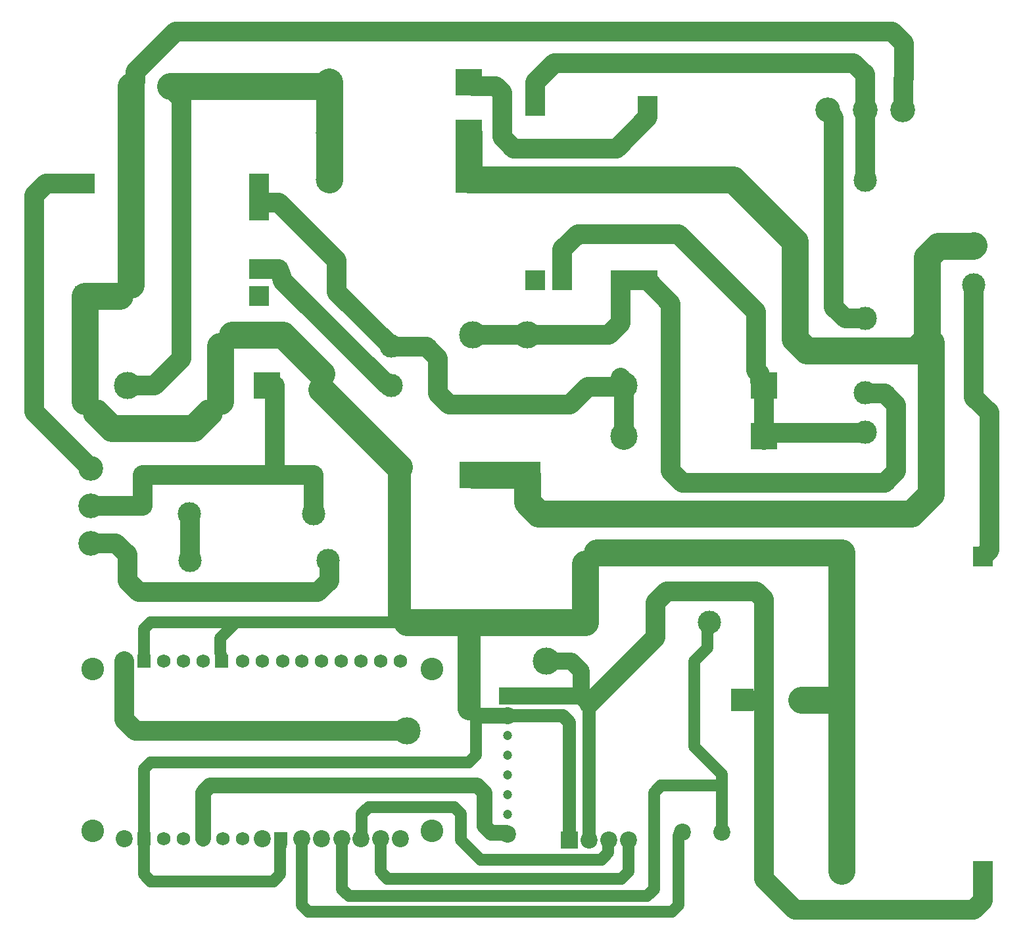
<source format=gbl>
G04*
G04 #@! TF.GenerationSoftware,Altium Limited,Altium Designer,20.1.11 (218)*
G04*
G04 Layer_Physical_Order=2*
G04 Layer_Color=16711680*
%FSLAX43Y43*%
%MOMM*%
G71*
G04*
G04 #@! TF.SameCoordinates,B710E465-F71F-4792-82E4-595645752226*
G04*
G04*
G04 #@! TF.FilePolarity,Positive*
G04*
G01*
G75*
%ADD10C,2.500*%
%ADD11C,1.500*%
%ADD12C,2.000*%
%ADD13C,3.500*%
%ADD14C,3.000*%
%ADD15C,2.200*%
%ADD16C,1.700*%
%ADD17R,3.000X3.000*%
%ADD18C,3.000*%
%ADD19C,2.200*%
%ADD20R,2.200X2.200*%
%ADD21R,2.200X2.200*%
%ADD22C,1.200*%
%ADD23C,2.921*%
%ADD24C,1.753*%
%ADD25R,1.753X1.753*%
%ADD26R,2.500X2.500*%
%ADD27R,3.500X3.500*%
%ADD28C,3.500*%
%ADD29R,2.500X2.500*%
%ADD30C,3.200*%
%ADD31R,3.500X3.500*%
D10*
X274000Y247904D02*
Y260996D01*
Y225000D02*
Y247904D01*
X271190Y248000D02*
X271286Y247904D01*
X274000D01*
X272996Y262000D02*
X274000Y260996D01*
X216536Y261874D02*
X218000Y263338D01*
X193464Y261874D02*
X216536D01*
X192000Y263338D02*
X193464Y261874D01*
X217986Y265769D02*
X218000Y265755D01*
X192000Y263338D02*
Y266710D01*
X190536Y268174D02*
X192000Y266710D01*
X217986Y265769D02*
Y265986D01*
X187254Y268174D02*
X190536D01*
X218000Y263338D02*
Y265755D01*
X240284Y320464D02*
Y326196D01*
X236000Y327500D02*
X236500Y327000D01*
X239480D01*
X240284Y326196D01*
Y320464D02*
X241748Y319000D01*
X255000D01*
X278000Y221000D02*
X301000D01*
X274000Y225000D02*
X278000Y221000D01*
X302200Y222200D02*
Y226000D01*
X301000Y221000D02*
X302200Y222200D01*
X263464Y276000D02*
X289536D01*
X287096Y287444D02*
X289536D01*
X291000Y285980D01*
Y277464D02*
Y285980D01*
X289536Y276000D02*
X291000Y277464D01*
X302200Y266500D02*
X303000Y267300D01*
Y285000D01*
X301000Y287000D02*
X303000Y285000D01*
X301000Y287000D02*
Y301460D01*
X255000Y319000D02*
X259000Y323000D01*
Y324500D01*
X282174Y323811D02*
Y324000D01*
Y323811D02*
X283000Y322985D01*
Y298574D02*
Y322985D01*
Y298574D02*
X284464Y297110D01*
X287000D01*
X274000Y281500D02*
Y288500D01*
X263000Y308000D02*
X273000Y298000D01*
X273500Y289000D02*
X274000Y288500D01*
X273000Y290464D02*
Y298000D01*
X273500Y289000D02*
Y289964D01*
X273000Y290464D02*
X273500Y289964D01*
X225904Y288556D02*
X226000Y288460D01*
X225444Y288556D02*
X225904D01*
X212038Y301962D02*
X212461Y301539D01*
X211853Y302530D02*
X212038Y301962D01*
X212461Y301539D02*
X225444Y288556D01*
X211536Y303500D02*
X211853Y302530D01*
X194000Y273000D02*
Y277000D01*
X187254Y273000D02*
X194000D01*
Y277000D02*
X195000D01*
X211000Y277000D02*
Y288500D01*
X195000Y277000D02*
X211000Y277000D01*
X180000Y285080D02*
X187254Y277826D01*
X193000Y288500D02*
X195500D01*
X199000Y292000D01*
X197540Y326865D02*
X199000Y325405D01*
X197540Y326865D02*
Y327000D01*
X199000Y292000D02*
Y325405D01*
X217000Y288000D02*
Y290000D01*
X204000Y293536D02*
X205464Y295000D01*
X186500Y286464D02*
X187964Y285000D01*
X202536D02*
X204000Y286464D01*
X209000Y312000D02*
Y314000D01*
X219000Y300540D02*
X226096Y293444D01*
X209000Y311000D02*
Y312000D01*
X211536D02*
X219000Y304535D01*
Y300540D02*
Y304535D01*
X256000Y281500D02*
Y287500D01*
X209000Y314000D02*
Y314000D01*
X217000Y327000D02*
X218000Y328000D01*
X218000Y327500D02*
X218000D01*
X274000Y281500D02*
Y282000D01*
X227000Y259000D02*
X228000Y258000D01*
X251460Y247540D02*
X260000Y256080D01*
X193064Y244000D02*
X228000D01*
X191600Y245464D02*
X193064Y244000D01*
X191600Y245464D02*
Y253000D01*
X255809Y288309D02*
X256000Y288500D01*
X251309Y288309D02*
X255809D01*
X249000Y286000D02*
X251309Y288309D01*
X286904Y282364D02*
X287000Y282460D01*
X274364Y282364D02*
X286904D01*
X274000Y282000D02*
X274364Y282364D01*
X259000Y302000D02*
Y302000D01*
Y302000D02*
X262000Y299000D01*
Y277464D02*
X263464Y276000D01*
X262000Y277464D02*
Y299000D01*
X287000Y287540D02*
X287096Y287444D01*
X250000Y308000D02*
X263000D01*
X248000Y302000D02*
Y306000D01*
X250000Y308000D01*
X254000Y295000D02*
X255500Y296500D01*
Y302000D01*
X243500Y295000D02*
X254000D01*
X236500D02*
X243500D01*
X255500Y302000D02*
X259000D01*
X255980Y281520D02*
X255980D01*
X233464Y286000D02*
X249000D01*
X255500Y289271D02*
Y289500D01*
X256000Y288500D02*
Y288771D01*
X251000Y265536D02*
X252464Y267000D01*
X232000Y287464D02*
Y291980D01*
Y287464D02*
X233464Y286000D01*
X226096Y293444D02*
X230536D01*
X232000Y291980D01*
X287000Y314890D02*
Y324000D01*
X247000Y330000D02*
X285536D01*
X287000Y324000D02*
Y328536D01*
X285536Y330000D02*
X287000Y328536D01*
X244500Y327500D02*
X247000Y330000D01*
X244500Y324500D02*
Y327500D01*
X218000Y327500D02*
Y328000D01*
X198190Y334014D02*
X290536D01*
X292000Y332550D01*
X291826Y324000D02*
X291960Y324134D01*
Y327960D01*
X292000Y328000D01*
Y332550D01*
X210000Y312000D02*
X211536D01*
X209000Y303500D02*
X211536D01*
X261464Y262000D02*
X272996D01*
X260000Y260536D02*
X261464Y262000D01*
X260000Y256080D02*
Y260536D01*
X211000Y277000D02*
X216000D01*
X211000Y277000D02*
Y277000D01*
X216000Y272000D02*
Y277000D01*
X200000Y272000D02*
X200055Y271945D01*
Y266055D02*
Y271945D01*
Y266055D02*
X200110Y266000D01*
X180000Y285080D02*
Y313000D01*
X190996Y300000D02*
X192460Y301464D01*
X193040Y327580D02*
Y328864D01*
X198190Y334014D01*
X192460Y327000D02*
X193040Y327580D01*
X181500Y314500D02*
X186500D01*
X180000Y313000D02*
X181500Y314500D01*
X209000Y314000D02*
Y314500D01*
D11*
X259842Y223637D02*
Y236121D01*
X220546Y222758D02*
X258963D01*
X260721Y237000D02*
X268540D01*
X259842Y236121D02*
X260721Y237000D01*
X258963Y222758D02*
X259842Y223637D01*
X235000Y230000D02*
X237543Y227457D01*
X253927Y229927D02*
X254000Y230000D01*
X253927Y228336D02*
Y229927D01*
X253048Y227457D02*
X253927Y228336D01*
X237543Y227457D02*
X253048D01*
X225499Y225000D02*
X255661D01*
X224620Y225879D02*
Y230140D01*
Y225879D02*
X225499Y225000D01*
X255661D02*
X256540Y225879D01*
X219667Y223637D02*
Y230140D01*
Y223637D02*
X220546Y222758D01*
X214460Y221605D02*
Y230140D01*
X263000Y221605D02*
Y230540D01*
X262121Y220726D02*
X263000Y221605D01*
X214460D02*
X215339Y220726D01*
X262121D01*
X194140Y225542D02*
X195019Y224663D01*
X194140Y225542D02*
Y230140D01*
X211709Y225542D02*
Y229146D01*
X210830Y224663D02*
X211709Y225542D01*
X195019Y224663D02*
X210830D01*
X211730Y230077D02*
X211793Y230140D01*
X211730Y229167D02*
Y230077D01*
X211709Y229146D02*
X211730Y229167D01*
X195019Y240000D02*
X236000D01*
X222214Y230274D02*
Y233341D01*
X223093Y234220D01*
X234121D01*
X235000Y233341D01*
X222080Y230140D02*
X222214Y230274D01*
X235000Y230000D02*
Y233341D01*
X236000Y240000D02*
X236879Y240879D01*
X194140Y239121D02*
X195019Y240000D01*
X194140Y230140D02*
Y239121D01*
X236879Y240879D02*
Y246000D01*
X268540Y237000D02*
Y238460D01*
Y231000D02*
Y237000D01*
X256540Y225879D02*
Y230000D01*
X265000Y242000D02*
X268540Y238460D01*
X265000Y242000D02*
Y253000D01*
X266713Y257713D02*
X267000Y258000D01*
X266713Y254713D02*
Y257713D01*
X265000Y253000D02*
X266713Y254713D01*
X206000Y258000D02*
X227000D01*
X194140Y253000D02*
Y257121D01*
X195019Y258000D01*
X206000D01*
X236000Y246879D02*
X236879Y246000D01*
X204047Y253126D02*
X204173Y253000D01*
X204047Y253126D02*
Y253953D01*
X204000Y254000D02*
X204047Y253953D01*
X204000Y254000D02*
Y256000D01*
X206000Y258000D01*
X263000Y230540D02*
X263460Y231000D01*
D12*
X201760Y230140D02*
Y236103D01*
X237121Y236982D02*
X238000Y236103D01*
Y231773D02*
Y236103D01*
X201760D02*
X202639Y236982D01*
X237121D01*
X238879Y230894D02*
X240866D01*
X238000Y231773D02*
X238879Y230894D01*
X240866D02*
X241000Y230760D01*
X236879Y246000D02*
X241000D01*
D13*
X284000Y248000D02*
Y266500D01*
Y226000D02*
Y248000D01*
X278810D02*
X284000D01*
X244964Y272000D02*
X292950D01*
X295500Y274550D01*
Y293964D01*
X295000Y294464D02*
X295500Y293964D01*
X295000Y294464D02*
Y304980D01*
X293536Y293000D02*
X295000Y294464D01*
X279464Y293000D02*
X293536D01*
X279464Y293000D02*
X279464Y293000D01*
X296464Y306444D02*
X300904D01*
X295000Y304980D02*
X296464Y306444D01*
X300904D02*
X301000Y306540D01*
X187964Y285000D02*
X189964Y283000D01*
X200536D02*
X202536Y285000D01*
X189964Y283000D02*
X200536D01*
X205464Y295000D02*
X212000D01*
X217000Y290000D01*
X204000Y286464D02*
Y293536D01*
X199000Y327000D02*
X217000D01*
X186500Y286464D02*
Y300000D01*
X252464Y267000D02*
X284000D01*
X228000Y258000D02*
X236000D01*
X217000Y288000D02*
X227000Y278000D01*
X278000Y294464D02*
Y307000D01*
Y294464D02*
X279464Y293000D01*
X270000Y315000D02*
X278000Y307000D01*
X236000Y315000D02*
X270000D01*
X243500Y273464D02*
X244964Y272000D01*
X243500Y273464D02*
Y277000D01*
X251000Y258000D02*
Y265536D01*
X236500Y277000D02*
X243500D01*
X236000Y315000D02*
Y321000D01*
X218000Y315000D02*
Y321000D01*
Y327500D01*
X197540Y327000D02*
X199000D01*
X236000Y258000D02*
X251000D01*
X192460Y301464D02*
Y327000D01*
X186500Y300000D02*
X190996D01*
D14*
X227000Y259000D02*
Y278000D01*
X236000Y246879D02*
Y258000D01*
D15*
X246000Y253000D02*
X249171D01*
X250460Y248540D02*
Y251711D01*
X249171Y253000D02*
X250460Y251711D01*
Y248540D02*
X251460Y247540D01*
X241000Y248540D02*
X250460D01*
X248920Y230000D02*
X248960Y230040D01*
D16*
X251460Y230000D02*
Y247540D01*
X248960Y230040D02*
Y245121D01*
X241000Y246000D02*
X248081D01*
X248960Y245121D01*
D17*
X271190Y248000D02*
D03*
D18*
X278810D02*
D03*
X267000Y258000D02*
D03*
X251000D02*
D03*
X216000Y272000D02*
D03*
X200000D02*
D03*
X301000Y301460D02*
D03*
Y306540D02*
D03*
X200110Y266000D02*
D03*
X217890D02*
D03*
X287000Y314890D02*
D03*
Y297110D02*
D03*
X197540Y327000D02*
D03*
X192460D02*
D03*
X226000Y288460D02*
D03*
Y293540D02*
D03*
X287000Y282460D02*
D03*
Y287540D02*
D03*
D19*
X263460Y231000D02*
D03*
X268540D02*
D03*
X256540Y230000D02*
D03*
X254000D02*
D03*
X251460D02*
D03*
X241000Y246000D02*
D03*
Y230760D02*
D03*
X191600Y253000D02*
D03*
Y230140D02*
D03*
X209380D02*
D03*
X227160D02*
D03*
X224620D02*
D03*
X222080D02*
D03*
X219667D02*
D03*
X217000D02*
D03*
X214460D02*
D03*
D20*
X248920Y230000D02*
D03*
D21*
X241000Y248540D02*
D03*
D22*
Y243460D02*
D03*
Y240920D02*
D03*
Y238380D02*
D03*
Y235840D02*
D03*
Y233300D02*
D03*
D23*
X231224Y231156D02*
D03*
Y251984D02*
D03*
X187536Y231156D02*
D03*
Y251984D02*
D03*
D24*
X201760Y253000D02*
D03*
X199220D02*
D03*
X196680D02*
D03*
X206840D02*
D03*
X209380D02*
D03*
X212047D02*
D03*
X227160D02*
D03*
X224620D02*
D03*
X222080D02*
D03*
X219540D02*
D03*
X217000D02*
D03*
X214460D02*
D03*
X201760Y230140D02*
D03*
X199220D02*
D03*
X196680D02*
D03*
X204300D02*
D03*
X206840D02*
D03*
D25*
X194140Y253000D02*
D03*
X204173D02*
D03*
X194140Y230140D02*
D03*
X211793D02*
D03*
D26*
X284000Y226000D02*
D03*
X302200D02*
D03*
X284000Y266500D02*
D03*
X302200D02*
D03*
X244500Y302000D02*
D03*
X248000D02*
D03*
X255500D02*
D03*
X259000D02*
D03*
Y324500D02*
D03*
X244500D02*
D03*
D27*
X274000Y282000D02*
D03*
X236000Y321000D02*
D03*
X210000Y288500D02*
D03*
X236000Y327500D02*
D03*
X236000Y315000D02*
D03*
X274000Y288500D02*
D03*
D28*
X256000Y282000D02*
D03*
X218000Y321000D02*
D03*
X192000Y288500D02*
D03*
X218000Y327500D02*
D03*
X218000Y315000D02*
D03*
X243500Y295000D02*
D03*
X236500D02*
D03*
X256000Y288500D02*
D03*
X246000Y253000D02*
D03*
X228000Y244000D02*
D03*
D29*
X209000Y300000D02*
D03*
Y303500D02*
D03*
Y311000D02*
D03*
Y314500D02*
D03*
X186500D02*
D03*
Y300000D02*
D03*
D30*
X187254Y277826D02*
D03*
Y268174D02*
D03*
Y273000D02*
D03*
X291826Y324000D02*
D03*
X282174D02*
D03*
X287000D02*
D03*
D31*
X243500Y277000D02*
D03*
X236500D02*
D03*
M02*

</source>
